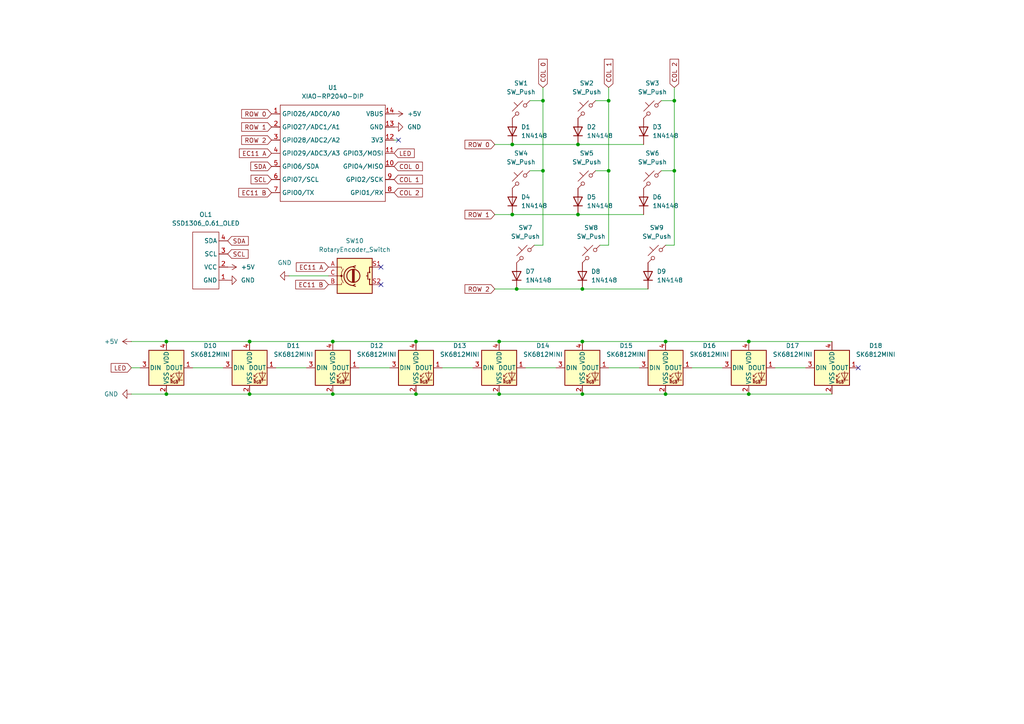
<source format=kicad_sch>
(kicad_sch (version 20250114) (generator "eeschema") (generator_version "9.0")
  (paper "A4")
  (lib_symbols
    (symbol "Device:RotaryEncoder_Switch" (pin_names (offset 0.254) (hide yes))
      (property "Reference" "SW" (at 0 6.604 0))
      (property "Value" "RotaryEncoder_Switch" (at 0 -6.604 0))
      (symbol "RotaryEncoder_Switch_0_1"
        (rectangle (start -5.08 5.08) (end 5.08 -5.08) (stroke (width 0.254)) (fill (type background)))
        (polyline (pts (xy -5.08 2.54) (xy -3.81 2.54) (xy -3.81 2.032)))
        (polyline (pts (xy -5.08 0) (xy -3.81 0) (xy -3.81 -1.016) (xy -3.302 -2.032)))
        (polyline (pts (xy -5.08 -2.54) (xy -3.81 -2.54) (xy -3.81 -2.032)))
        (polyline (pts (xy -4.318 0) (xy -3.81 0) (xy -3.81 1.016) (xy -3.302 2.032)))
        (circle (center -3.81 0) (radius 0.254) (fill (type outline)))
        (polyline (pts (xy -0.635 -1.778) (xy -0.635 1.778)) (stroke (width 0.254)))
        (circle (center -0.381 0) (radius 1.905) (stroke (width 0.254)))
        (polyline (pts (xy -0.381 -1.778) (xy -0.381 1.778)) (stroke (width 0.254)))
        (arc (start -0.381 -2.794) (mid -3.0988 -0.0635) (end -0.381 2.667) (stroke (width 0.254)))
        (polyline (pts (xy -0.127 1.778) (xy -0.127 -1.778)) (stroke (width 0.254)))
        (polyline (pts (xy 0.254 2.921) (xy -0.508 2.667) (xy 0.127 2.286)) (stroke (width 0.254)))
        (polyline (pts (xy 0.254 -3.048) (xy -0.508 -2.794) (xy 0.127 -2.413)) (stroke (width 0.254)))
        (polyline (pts (xy 3.81 1.016) (xy 3.81 -1.016)) (stroke (width 0.254)))
        (polyline (pts (xy 3.81 0) (xy 3.429 0)) (stroke (width 0.254)))
        (circle (center 4.318 1.016) (radius 0.127) (stroke (width 0.254)))
        (circle (center 4.318 -1.016) (radius 0.127) (stroke (width 0.254)))
        (polyline (pts (xy 5.08 2.54) (xy 4.318 2.54) (xy 4.318 1.016)) (stroke (width 0.254)))
        (polyline (pts (xy 5.08 -2.54) (xy 4.318 -2.54) (xy 4.318 -1.016)) (stroke (width 0.254)))
      )
      (symbol "RotaryEncoder_Switch_1_1"
        (pin passive line (at -7.62 2.54 0) (length 2.54) (name "A") (number "A"))
        (pin passive line (at -7.62 0 0) (length 2.54) (name "C") (number "C"))
        (pin passive line (at -7.62 -2.54 0) (length 2.54) (name "B") (number "B"))
        (pin passive line (at 7.62 2.54 180) (length 2.54) (name "S1") (number "S1"))
        (pin passive line (at 7.62 -2.54 180) (length 2.54) (name "S2") (number "S2"))
      )
    )
    (symbol "Diode:1N4148" (pin_numbers (hide yes)) (pin_names (hide yes))
      (property "Reference" "D" (at 0 2.54 0))
      (property "Value" "1N4148" (at 0 -2.54 0))
      (symbol "1N4148_0_1"
        (polyline (pts (xy -1.27 1.27) (xy -1.27 -1.27)) (stroke (width 0.254)))
        (polyline (pts (xy 1.27 1.27) (xy 1.27 -1.27) (xy -1.27 0) (xy 1.27 1.27)) (stroke (width 0.254)))
        (polyline (pts (xy 1.27 0) (xy -1.27 0)))
      )
      (symbol "1N4148_1_1"
        (pin passive line (at -3.81 0 0) (length 2.54) (name "K") (number "1"))
        (pin passive line (at 3.81 0 180) (length 2.54) (name "A") (number "2"))
      )
    )
    (symbol "LED:SK6812MINI" (pin_names (offset 0.254))
      (property "Reference" "D" (at 5.08 5.715 0))
      (property "Value" "SK6812MINI" (at 1.27 -5.715 0))
      (symbol "SK6812MINI_0_0"
        (text "RGB" (at 2.286 -4.191 0) (effects (font (size 0.762 0.762))))
      )
      (symbol "SK6812MINI_0_1"
        (polyline (pts (xy 1.27 -2.54) (xy 1.778 -2.54)))
        (polyline (pts (xy 1.27 -3.556) (xy 1.778 -3.556)))
        (polyline (pts (xy 2.286 -1.524) (xy 1.27 -2.54) (xy 1.27 -2.032)))
        (polyline (pts (xy 2.286 -2.54) (xy 1.27 -3.556) (xy 1.27 -3.048)))
        (polyline (pts (xy 3.683 -1.016) (xy 3.683 -3.556) (xy 3.683 -4.064)))
        (polyline (pts (xy 4.699 -1.524) (xy 2.667 -1.524) (xy 3.683 -3.556) (xy 4.699 -1.524)))
        (polyline (pts (xy 4.699 -3.556) (xy 2.667 -3.556)))
        (rectangle (start 5.08 5.08) (end -5.08 -5.08) (stroke (width 0.254)) (fill (type background)))
      )
      (symbol "SK6812MINI_1_1"
        (pin input line (at -7.62 0 0) (length 2.54) (name "DIN") (number "3"))
        (pin power_in line (at 0 7.62 270) (length 2.54) (name "VDD") (number "4"))
        (pin power_in line (at 0 -7.62 90) (length 2.54) (name "VSS") (number "2"))
        (pin output line (at 7.62 0 180) (length 2.54) (name "DOUT") (number "1"))
      )
    )
    (symbol "OPL:XIAO-RP2040-DIP"
      (property "Reference" "U" (at 0 0 0))
      (property "Value" "XIAO-RP2040-DIP" (at 5.334 -1.778 0))
      (symbol "XIAO-RP2040-DIP_1_0"
        (polyline (pts (xy -1.27 -2.54) (xy 29.21 -2.54)) (stroke (width 0.1524)))
        (polyline (pts (xy -1.27 -5.08) (xy -2.54 -5.08)) (stroke (width 0.1524)))
        (polyline (pts (xy -1.27 -5.08) (xy -1.27 -2.54)) (stroke (width 0.1524)))
        (polyline (pts (xy -1.27 -8.89) (xy -2.54 -8.89)) (stroke (width 0.1524)))
        (polyline (pts (xy -1.27 -8.89) (xy -1.27 -5.08)) (stroke (width 0.1524)))
        (polyline (pts (xy -1.27 -12.7) (xy -2.54 -12.7)) (stroke (width 0.1524)))
        (polyline (pts (xy -1.27 -12.7) (xy -1.27 -8.89)) (stroke (width 0.1524)))
        (polyline (pts (xy -1.27 -16.51) (xy -2.54 -16.51)) (stroke (width 0.1524)))
        (polyline (pts (xy -1.27 -16.51) (xy -1.27 -12.7)) (stroke (width 0.1524)))
        (polyline (pts (xy -1.27 -20.32) (xy -2.54 -20.32)) (stroke (width 0.1524)))
        (polyline (pts (xy -1.27 -24.13) (xy -2.54 -24.13)) (stroke (width 0.1524)))
        (polyline (pts (xy -1.27 -27.94) (xy -2.54 -27.94)) (stroke (width 0.1524)))
        (polyline (pts (xy -1.27 -30.48) (xy -1.27 -16.51)) (stroke (width 0.1524)))
        (polyline (pts (xy 29.21 -2.54) (xy 29.21 -5.08)) (stroke (width 0.1524)))
        (polyline (pts (xy 29.21 -5.08) (xy 29.21 -8.89)) (stroke (width 0.1524)))
        (polyline (pts (xy 29.21 -8.89) (xy 29.21 -12.7)) (stroke (width 0.1524)))
        (polyline (pts (xy 29.21 -12.7) (xy 29.21 -30.48)) (stroke (width 0.1524)))
        (polyline (pts (xy 29.21 -30.48) (xy -1.27 -30.48)) (stroke (width 0.1524)))
        (polyline (pts (xy 30.48 -5.08) (xy 29.21 -5.08)) (stroke (width 0.1524)))
        (polyline (pts (xy 30.48 -8.89) (xy 29.21 -8.89)) (stroke (width 0.1524)))
        (polyline (pts (xy 30.48 -12.7) (xy 29.21 -12.7)) (stroke (width 0.1524)))
        (polyline (pts (xy 30.48 -16.51) (xy 29.21 -16.51)) (stroke (width 0.1524)))
        (polyline (pts (xy 30.48 -20.32) (xy 29.21 -20.32)) (stroke (width 0.1524)))
        (polyline (pts (xy 30.48 -24.13) (xy 29.21 -24.13)) (stroke (width 0.1524)))
        (polyline (pts (xy 30.48 -27.94) (xy 29.21 -27.94)) (stroke (width 0.1524)))
        (pin passive line (at -3.81 -5.08 0) (length 2.54) (name "GPIO26/ADC0/A0") (number "1"))
        (pin passive line (at -3.81 -8.89 0) (length 2.54) (name "GPIO27/ADC1/A1") (number "2"))
        (pin passive line (at -3.81 -12.7 0) (length 2.54) (name "GPIO28/ADC2/A2") (number "3"))
        (pin passive line (at -3.81 -16.51 0) (length 2.54) (name "GPIO29/ADC3/A3") (number "4"))
        (pin passive line (at -3.81 -20.32 0) (length 2.54) (name "GPIO6/SDA") (number "5"))
        (pin passive line (at -3.81 -24.13 0) (length 2.54) (name "GPIO7/SCL") (number "6"))
        (pin passive line (at -3.81 -27.94 0) (length 2.54) (name "GPIO0/TX") (number "7"))
        (pin passive line (at 31.75 -5.08 180) (length 2.54) (name "VBUS") (number "14"))
        (pin passive line (at 31.75 -8.89 180) (length 2.54) (name "GND") (number "13"))
        (pin passive line (at 31.75 -12.7 180) (length 2.54) (name "3V3") (number "12"))
        (pin passive line (at 31.75 -16.51 180) (length 2.54) (name "GPIO3/MOSI") (number "11"))
        (pin passive line (at 31.75 -20.32 180) (length 2.54) (name "GPIO4/MISO") (number "10"))
        (pin passive line (at 31.75 -24.13 180) (length 2.54) (name "GPIO2/SCK") (number "9"))
        (pin passive line (at 31.75 -27.94 180) (length 2.54) (name "GPIO1/RX") (number "8"))
      )
    )
    (symbol "SSD1306_0.91_OLED:SSD1306-0.91-OLED"
      (property "Reference" "OL" (at 8.128 3.556 0))
      (property "Value" "SSD1306_0.61_OLED" (at 8.128 1.524 0))
      (symbol "SSD1306-0.91-OLED_0_1"
        (rectangle (start 0 0) (end 16.51 -7.62))
      )
      (symbol "SSD1306-0.91-OLED_1_1"
        (pin passive line (at 2.54 -10.16 90) (length 2.54) (name "GND") (number "1"))
        (pin passive line (at 6.35 -10.16 90) (length 2.54) (name "VCC") (number "2"))
        (pin passive line (at 10.16 -10.16 90) (length 2.54) (name "SCL") (number "3"))
        (pin passive line (at 13.97 -10.16 90) (length 2.54) (name "SDA") (number "4"))
      )
    )
    (symbol "Switch:SW_Push_45deg" (pin_numbers (hide yes)) (pin_names (offset 1.016) (hide yes))
      (property "Reference" "SW" (at 3.048 1.016 0))
      (property "Value" "SW_Push_45deg" (at 0 -3.81 0))
      (symbol "SW_Push_45deg_0_1"
        (polyline (pts (xy -2.54 2.54) (xy -1.524 1.524) (xy -1.524 1.524)))
        (circle (center -1.1684 1.1684) (radius 0.508))
        (polyline (pts (xy -0.508 2.54) (xy 2.54 -0.508)))
        (polyline (pts (xy 1.016 1.016) (xy 2.032 2.032)))
        (circle (center 1.143 -1.1938) (radius 0.508))
        (polyline (pts (xy 1.524 -1.524) (xy 2.54 -2.54) (xy 2.54 -2.54) (xy 2.54 -2.54)))
        (pin passive line (at -2.54 2.54 0) (length 0) (name "1") (number "1"))
        (pin passive line (at 2.54 -2.54 180) (length 0) (name "2") (number "2"))
      )
    )
    (symbol "power:+5V" (power) (pin_numbers (hide yes)) (pin_names (offset 0) (hide yes))
      (property "Value" "+5V" (at 0 3.556 0))
      (symbol "+5V_0_1"
        (polyline (pts (xy -0.762 1.27) (xy 0 2.54)))
        (polyline (pts (xy 0 2.54) (xy 0.762 1.27)))
        (polyline (pts (xy 0 0) (xy 0 2.54)))
      )
      (symbol "+5V_1_1"
        (pin power_in line (at 0 0 90) (length 0) (name "~") (number "1"))
      )
    )
    (symbol "power:GND" (power) (pin_numbers (hide yes)) (pin_names (offset 0) (hide yes))
      (property "Value" "GND" (at 0 -3.81 0))
      (symbol "GND_0_1"
        (polyline (pts (xy 0 0) (xy 0 -1.27) (xy 1.27 -1.27) (xy 0 -2.54) (xy -1.27 -1.27) (xy 0 -1.27)))
      )
      (symbol "GND_1_1"
        (pin power_in line (at 0 0 270) (length 0) (name "~") (number "1"))
      )
    )
  )
  (junction (at 48.26 114.3))
  (junction (at 96.52 99.06))
  (junction (at 144.78 99.06))
  (junction (at 148.59 41.91))
  (junction (at 176.53 49.53))
  (junction (at 149.86 83.82))
  (junction (at 168.91 114.3))
  (junction (at 144.78 114.3))
  (junction (at 168.91 83.82))
  (junction (at 72.39 114.3))
  (junction (at 148.59 62.23))
  (junction (at 195.58 49.53))
  (junction (at 217.17 114.3))
  (junction (at 120.65 114.3))
  (junction (at 176.53 29.21))
  (junction (at 193.04 99.06))
  (junction (at 167.64 62.23))
  (junction (at 195.58 29.21))
  (junction (at 167.64 41.91))
  (junction (at 217.17 99.06))
  (junction (at 157.48 49.53))
  (junction (at 168.91 99.06))
  (junction (at 193.04 114.3))
  (junction (at 48.26 99.06))
  (junction (at 72.39 99.06))
  (junction (at 96.52 114.3))
  (junction (at 120.65 99.06))
  (junction (at 157.48 29.21))
  (no_connect (at 110.49 82.55))
  (no_connect (at 110.49 77.47))
  (no_connect (at 115.57 40.64))
  (no_connect (at 248.92 106.68))
  (wire (pts (xy 176.53 71.12) (xy 173.99 71.12)))
  (wire (pts (xy 157.48 49.53) (xy 157.48 71.12)))
  (wire (pts (xy 96.52 99.06) (xy 120.65 99.06)))
  (wire (pts (xy 120.65 99.06) (xy 144.78 99.06)))
  (wire (pts (xy 168.91 114.3) (xy 193.04 114.3)))
  (wire (pts (xy 38.1 114.3) (xy 48.26 114.3)))
  (wire (pts (xy 38.1 99.06) (xy 48.26 99.06)))
  (wire (pts (xy 217.17 114.3) (xy 241.3 114.3)))
  (wire (pts (xy 148.59 62.23) (xy 167.64 62.23)))
  (wire (pts (xy 48.26 99.06) (xy 72.39 99.06)))
  (wire (pts (xy 193.04 114.3) (xy 217.17 114.3)))
  (wire (pts (xy 217.17 99.06) (xy 241.3 99.06)))
  (wire (pts (xy 157.48 25.4) (xy 157.48 29.21)))
  (wire (pts (xy 144.78 114.3) (xy 168.91 114.3)))
  (wire (pts (xy 38.1 106.68) (xy 40.64 106.68)))
  (wire (pts (xy 191.77 49.53) (xy 195.58 49.53)))
  (wire (pts (xy 167.64 62.23) (xy 186.69 62.23)))
  (wire (pts (xy 157.48 29.21) (xy 157.48 49.53)))
  (wire (pts (xy 144.78 99.06) (xy 168.91 99.06)))
  (wire (pts (xy 193.04 71.12) (xy 195.58 71.12)))
  (wire (pts (xy 143.51 62.23) (xy 148.59 62.23)))
  (wire (pts (xy 195.58 29.21) (xy 195.58 49.53)))
  (wire (pts (xy 149.86 83.82) (xy 168.91 83.82)))
  (wire (pts (xy 115.57 40.64) (xy 114.3 40.64)))
  (wire (pts (xy 176.53 25.4) (xy 176.53 29.21)))
  (wire (pts (xy 167.64 41.91) (xy 186.69 41.91)))
  (wire (pts (xy 95.25 80.01) (xy 83.82 80.01)))
  (wire (pts (xy 154.94 71.12) (xy 157.48 71.12)))
  (wire (pts (xy 143.51 83.82) (xy 149.86 83.82)))
  (wire (pts (xy 195.58 49.53) (xy 195.58 71.12)))
  (wire (pts (xy 48.26 114.3) (xy 72.39 114.3)))
  (wire (pts (xy 143.51 41.91) (xy 148.59 41.91)))
  (wire (pts (xy 80.01 106.68) (xy 88.9 106.68)))
  (wire (pts (xy 191.77 29.21) (xy 195.58 29.21)))
  (wire (pts (xy 172.72 49.53) (xy 176.53 49.53)))
  (wire (pts (xy 200.66 106.68) (xy 209.55 106.68)))
  (wire (pts (xy 72.39 99.06) (xy 96.52 99.06)))
  (wire (pts (xy 176.53 49.53) (xy 176.53 71.12)))
  (wire (pts (xy 176.53 106.68) (xy 185.42 106.68)))
  (wire (pts (xy 172.72 29.21) (xy 176.53 29.21)))
  (wire (pts (xy 153.67 29.21) (xy 157.48 29.21)))
  (wire (pts (xy 195.58 25.4) (xy 195.58 29.21)))
  (wire (pts (xy 176.53 29.21) (xy 176.53 49.53)))
  (wire (pts (xy 168.91 99.06) (xy 193.04 99.06)))
  (wire (pts (xy 168.91 83.82) (xy 187.96 83.82)))
  (wire (pts (xy 96.52 114.3) (xy 120.65 114.3)))
  (wire (pts (xy 148.59 41.91) (xy 167.64 41.91)))
  (wire (pts (xy 193.04 99.06) (xy 217.17 99.06)))
  (wire (pts (xy 153.67 49.53) (xy 157.48 49.53)))
  (wire (pts (xy 120.65 114.3) (xy 144.78 114.3)))
  (wire (pts (xy 152.4 106.68) (xy 161.29 106.68)))
  (wire (pts (xy 104.14 106.68) (xy 113.03 106.68)))
  (wire (pts (xy 72.39 114.3) (xy 96.52 114.3)))
  (wire (pts (xy 128.27 106.68) (xy 137.16 106.68)))
  (wire (pts (xy 55.88 106.68) (xy 64.77 106.68)))
  (wire (pts (xy 224.79 106.68) (xy 233.68 106.68)))
  (global_label "SCL" (shape input) (at 66.04 73.66 0) (property "Intersheetrefs" "${INTERSHEET_REFS}" (effects (hide yes))))
  (global_label "EC11 B" (shape input) (at 95.25 82.55 180) (property "Intersheetrefs" "${INTERSHEET_REFS}" (effects (hide yes))))
  (global_label "EC11 A" (shape input) (at 78.74 44.45 180) (property "Intersheetrefs" "${INTERSHEET_REFS}" (effects (hide yes))))
  (global_label "COL 2" (shape input) (at 114.3 55.88 0) (property "Intersheetrefs" "${INTERSHEET_REFS}" (effects (hide yes))))
  (global_label "ROW 1" (shape input) (at 143.51 62.23 180) (property "Intersheetrefs" "${INTERSHEET_REFS}" (effects (hide yes))))
  (global_label "LED" (shape input) (at 38.1 106.68 180) (property "Intersheetrefs" "${INTERSHEET_REFS}" (effects (hide yes))))
  (global_label "SDA" (shape input) (at 78.74 48.26 180) (property "Intersheetrefs" "${INTERSHEET_REFS}" (effects (hide yes))))
  (global_label "ROW 2" (shape input) (at 78.74 40.64 180) (property "Intersheetrefs" "${INTERSHEET_REFS}" (effects (hide yes))))
  (global_label "SCL" (shape input) (at 78.74 52.07 180) (property "Intersheetrefs" "${INTERSHEET_REFS}" (effects (hide yes))))
  (global_label "ROW 1" (shape input) (at 78.74 36.83 180) (property "Intersheetrefs" "${INTERSHEET_REFS}" (effects (hide yes))))
  (global_label "ROW 2" (shape input) (at 143.51 83.82 180) (property "Intersheetrefs" "${INTERSHEET_REFS}" (effects (hide yes))))
  (global_label "COL 0" (shape input) (at 157.48 25.4 90) (property "Intersheetrefs" "${INTERSHEET_REFS}" (effects (hide yes))))
  (global_label "COL 1" (shape input) (at 114.3 52.07 0) (property "Intersheetrefs" "${INTERSHEET_REFS}" (effects (hide yes))))
  (global_label "EC11 A" (shape input) (at 95.25 77.47 180) (property "Intersheetrefs" "${INTERSHEET_REFS}" (effects (hide yes))))
  (global_label "SDA" (shape input) (at 66.04 69.85 0) (property "Intersheetrefs" "${INTERSHEET_REFS}" (effects (hide yes))))
  (global_label "COL 2" (shape input) (at 195.58 25.4 90) (property "Intersheetrefs" "${INTERSHEET_REFS}" (effects (hide yes))))
  (global_label "COL 1" (shape input) (at 176.53 25.4 90) (property "Intersheetrefs" "${INTERSHEET_REFS}" (effects (hide yes))))
  (global_label "ROW 0" (shape input) (at 78.74 33.02 180) (property "Intersheetrefs" "${INTERSHEET_REFS}" (effects (hide yes))))
  (global_label "EC11 B" (shape input) (at 78.74 55.88 180) (property "Intersheetrefs" "${INTERSHEET_REFS}" (effects (hide yes))))
  (global_label "LED" (shape input) (at 114.3 44.45 0) (property "Intersheetrefs" "${INTERSHEET_REFS}" (effects (hide yes))))
  (global_label "COL 0" (shape input) (at 114.3 48.26 0) (property "Intersheetrefs" "${INTERSHEET_REFS}" (effects (hide yes))))
  (global_label "ROW 0" (shape input) (at 143.51 41.91 180) (property "Intersheetrefs" "${INTERSHEET_REFS}" (effects (hide yes))))
  (symbol (lib_id "Switch:SW_Push_45deg") (at 170.18 52.07 0) (mirror y) (unit 1)
    (property "Reference" "SW5" (at 170.18 44.45 0))
    (property "Value" "SW_Push" (at 170.18 46.99 0))
    (property "Footprint" "Button_Switch_Keyboard:SW_Cherry_MX_1.00u_PCB" (effects (hide yes)))
    (property "Description" "Push button switch, normally open, two pins, 45° tilted" (effects (hide yes)))
  )
  (symbol (lib_id "LED:SK6812MINI") (at 144.78 106.68 0) (unit 1)
    (property "Reference" "D14" (at 157.48 100.2598 0))
    (property "Value" "SK6812MINI" (at 157.48 102.7998 0))
    (property "Footprint" "LED_SMD:LED_SK6812MINI_PLCC4_3.5x3.5mm_P1.75mm" (effects (hide yes)))
    (property "Datasheet" "https://cdn-shop.adafruit.com/product-files/2686/SK6812MINI_REV.01-1-2.pdf" (effects (hide yes)))
    (property "Description" "RGB LED with integrated controller" (effects (hide yes)))
  )
  (symbol (lib_id "power:GND") (at 38.1 114.3 270) (unit 1)
    (property "Reference" "#PWR07" (effects (hide yes)))
    (property "Value" "GND" (at 34.29 114.2999 90) (effects (justify right)))
    (property "Description" "Power symbol creates a global label with name \"GND\" , ground" (effects (hide yes)))
  )
  (symbol (lib_id "power:+5V") (at 114.3 33.02 270) (unit 1)
    (property "Reference" "#PWR01" (effects (hide yes)))
    (property "Value" "+5V" (at 118.11 33.0199 90) (effects (justify left)))
    (property "Description" "Power symbol creates a global label with name \"+5V\"" (effects (hide yes)))
  )
  (symbol (lib_id "Switch:SW_Push_45deg") (at 151.13 52.07 0) (mirror y) (unit 1)
    (property "Reference" "SW4" (at 151.13 44.45 0))
    (property "Value" "SW_Push" (at 151.13 46.99 0))
    (property "Footprint" "Button_Switch_Keyboard:SW_Cherry_MX_1.00u_PCB" (effects (hide yes)))
    (property "Description" "Push button switch, normally open, two pins, 45° tilted" (effects (hide yes)))
  )
  (symbol (lib_id "Switch:SW_Push_45deg") (at 151.13 31.75 0) (mirror y) (unit 1)
    (property "Reference" "SW1" (at 151.13 24.13 0))
    (property "Value" "SW_Push" (at 151.13 26.67 0))
    (property "Footprint" "Button_Switch_Keyboard:SW_Cherry_MX_1.00u_PCB" (effects (hide yes)))
    (property "Description" "Push button switch, normally open, two pins, 45° tilted" (effects (hide yes)))
  )
  (symbol (lib_id "power:GND") (at 114.3 36.83 90) (unit 1)
    (property "Reference" "#PWR02" (effects (hide yes)))
    (property "Value" "GND" (at 118.11 36.8299 90) (effects (justify right)))
    (property "Description" "Power symbol creates a global label with name \"GND\" , ground" (effects (hide yes)))
  )
  (symbol (lib_id "Switch:SW_Push_45deg") (at 171.45 73.66 0) (mirror y) (unit 1)
    (property "Reference" "SW8" (at 171.45 66.04 0))
    (property "Value" "SW_Push" (at 171.45 68.58 0))
    (property "Footprint" "Button_Switch_Keyboard:SW_Cherry_MX_1.00u_PCB" (effects (hide yes)))
    (property "Description" "Push button switch, normally open, two pins, 45° tilted" (effects (hide yes)))
  )
  (symbol (lib_id "LED:SK6812MINI") (at 168.91 106.68 0) (unit 1)
    (property "Reference" "D15" (at 181.61 100.2598 0))
    (property "Value" "SK6812MINI" (at 181.61 102.7998 0))
    (property "Footprint" "LED_SMD:LED_SK6812MINI_PLCC4_3.5x3.5mm_P1.75mm" (effects (hide yes)))
    (property "Datasheet" "https://cdn-shop.adafruit.com/product-files/2686/SK6812MINI_REV.01-1-2.pdf" (effects (hide yes)))
    (property "Description" "RGB LED with integrated controller" (effects (hide yes)))
  )
  (symbol (lib_id "Diode:1N4148") (at 149.86 80.01 90) (unit 1)
    (property "Reference" "D7" (at 152.4 78.7399 90) (effects (justify right)))
    (property "Value" "1N4148" (at 152.4 81.2799 90) (effects (justify right)))
    (property "Footprint" "Diode_THT:D_DO-35_SOD27_P7.62mm_Horizontal" (effects (hide yes)))
    (property "Datasheet" "https://assets.nexperia.com/documents/data-sheet/1N4148_1N4448.pdf" (effects (hide yes)))
    (property "Description" "100V 0.15A standard switching diode, DO-35" (effects (hide yes)))
    (property "Sim.Device" "D" (effects (hide yes)))
    (property "Sim.Pins" "1=K 2=A" (effects (hide yes)))
  )
  (symbol (lib_id "LED:SK6812MINI") (at 241.3 106.68 0) (unit 1)
    (property "Reference" "D18" (at 254 100.2598 0))
    (property "Value" "SK6812MINI" (at 254 102.7998 0))
    (property "Footprint" "LED_SMD:LED_SK6812MINI_PLCC4_3.5x3.5mm_P1.75mm" (effects (hide yes)))
    (property "Datasheet" "https://cdn-shop.adafruit.com/product-files/2686/SK6812MINI_REV.01-1-2.pdf" (effects (hide yes)))
    (property "Description" "RGB LED with integrated controller" (effects (hide yes)))
  )
  (symbol (lib_id "Diode:1N4148") (at 148.59 38.1 90) (unit 1)
    (property "Reference" "D1" (at 151.13 36.8299 90) (effects (justify right)))
    (property "Value" "1N4148" (at 151.13 39.3699 90) (effects (justify right)))
    (property "Footprint" "Diode_THT:D_DO-35_SOD27_P7.62mm_Horizontal" (effects (hide yes)))
    (property "Datasheet" "https://assets.nexperia.com/documents/data-sheet/1N4148_1N4448.pdf" (effects (hide yes)))
    (property "Description" "100V 0.15A standard switching diode, DO-35" (effects (hide yes)))
    (property "Sim.Device" "D" (effects (hide yes)))
    (property "Sim.Pins" "1=K 2=A" (effects (hide yes)))
  )
  (symbol (lib_id "Switch:SW_Push_45deg") (at 152.4 73.66 0) (mirror y) (unit 1)
    (property "Reference" "SW7" (at 152.4 66.04 0))
    (property "Value" "SW_Push" (at 152.4 68.58 0))
    (property "Footprint" "Button_Switch_Keyboard:SW_Cherry_MX_1.00u_PCB" (effects (hide yes)))
    (property "Description" "Push button switch, normally open, two pins, 45° tilted" (effects (hide yes)))
  )
  (symbol (lib_id "Switch:SW_Push_45deg") (at 189.23 31.75 0) (mirror y) (unit 1)
    (property "Reference" "SW3" (at 189.23 24.13 0))
    (property "Value" "SW_Push" (at 189.23 26.67 0))
    (property "Footprint" "Button_Switch_Keyboard:SW_Cherry_MX_1.00u_PCB" (effects (hide yes)))
    (property "Description" "Push button switch, normally open, two pins, 45° tilted" (effects (hide yes)))
  )
  (symbol (lib_id "Switch:SW_Push_45deg") (at 170.18 31.75 0) (mirror y) (unit 1)
    (property "Reference" "SW2" (at 170.18 24.13 0))
    (property "Value" "SW_Push" (at 170.18 26.67 0))
    (property "Footprint" "Button_Switch_Keyboard:SW_Cherry_MX_1.00u_PCB" (effects (hide yes)))
    (property "Description" "Push button switch, normally open, two pins, 45° tilted" (effects (hide yes)))
  )
  (symbol (lib_id "Diode:1N4148") (at 167.64 38.1 90) (unit 1)
    (property "Reference" "D2" (at 170.18 36.8299 90) (effects (justify right)))
    (property "Value" "1N4148" (at 170.18 39.3699 90) (effects (justify right)))
    (property "Footprint" "Diode_THT:D_DO-35_SOD27_P7.62mm_Horizontal" (effects (hide yes)))
    (property "Datasheet" "https://assets.nexperia.com/documents/data-sheet/1N4148_1N4448.pdf" (effects (hide yes)))
    (property "Description" "100V 0.15A standard switching diode, DO-35" (effects (hide yes)))
    (property "Sim.Device" "D" (effects (hide yes)))
    (property "Sim.Pins" "1=K 2=A" (effects (hide yes)))
  )
  (symbol (lib_id "Diode:1N4148") (at 168.91 80.01 90) (unit 1)
    (property "Reference" "D8" (at 171.45 78.7399 90) (effects (justify right)))
    (property "Value" "1N4148" (at 171.45 81.2799 90) (effects (justify right)))
    (property "Footprint" "Diode_THT:D_DO-35_SOD27_P7.62mm_Horizontal" (effects (hide yes)))
    (property "Datasheet" "https://assets.nexperia.com/documents/data-sheet/1N4148_1N4448.pdf" (effects (hide yes)))
    (property "Description" "100V 0.15A standard switching diode, DO-35" (effects (hide yes)))
    (property "Sim.Device" "D" (effects (hide yes)))
    (property "Sim.Pins" "1=K 2=A" (effects (hide yes)))
  )
  (symbol (lib_id "LED:SK6812MINI") (at 193.04 106.68 0) (unit 1)
    (property "Reference" "D16" (at 205.74 100.2598 0))
    (property "Value" "SK6812MINI" (at 205.74 102.7998 0))
    (property "Footprint" "LED_SMD:LED_SK6812MINI_PLCC4_3.5x3.5mm_P1.75mm" (effects (hide yes)))
    (property "Datasheet" "https://cdn-shop.adafruit.com/product-files/2686/SK6812MINI_REV.01-1-2.pdf" (effects (hide yes)))
    (property "Description" "RGB LED with integrated controller" (effects (hide yes)))
  )
  (symbol (lib_id "Device:RotaryEncoder_Switch") (at 102.87 80.01 0) (unit 1)
    (property "Reference" "SW10" (at 102.87 69.85 0))
    (property "Value" "RotaryEncoder_Switch" (at 102.87 72.39 0))
    (property "Footprint" "Wire_Connectors:Rotary_Encoder_Wire_Connector" (effects (hide yes)))
    (property "Description" "Rotary encoder, dual channel, incremental quadrate outputs, with switch" (effects (hide yes)))
  )
  (symbol (lib_id "Diode:1N4148") (at 167.64 58.42 90) (unit 1)
    (property "Reference" "D5" (at 170.18 57.1499 90) (effects (justify right)))
    (property "Value" "1N4148" (at 170.18 59.6899 90) (effects (justify right)))
    (property "Footprint" "Diode_THT:D_DO-35_SOD27_P7.62mm_Horizontal" (effects (hide yes)))
    (property "Datasheet" "https://assets.nexperia.com/documents/data-sheet/1N4148_1N4448.pdf" (effects (hide yes)))
    (property "Description" "100V 0.15A standard switching diode, DO-35" (effects (hide yes)))
    (property "Sim.Device" "D" (effects (hide yes)))
    (property "Sim.Pins" "1=K 2=A" (effects (hide yes)))
  )
  (symbol (lib_id "Switch:SW_Push_45deg") (at 189.23 52.07 0) (mirror y) (unit 1)
    (property "Reference" "SW6" (at 189.23 44.45 0))
    (property "Value" "SW_Push" (at 189.23 46.99 0))
    (property "Footprint" "Button_Switch_Keyboard:SW_Cherry_MX_1.00u_PCB" (effects (hide yes)))
    (property "Description" "Push button switch, normally open, two pins, 45° tilted" (effects (hide yes)))
  )
  (symbol (lib_id "Diode:1N4148") (at 148.59 58.42 90) (unit 1)
    (property "Reference" "D4" (at 151.13 57.1499 90) (effects (justify right)))
    (property "Value" "1N4148" (at 151.13 59.6899 90) (effects (justify right)))
    (property "Footprint" "Diode_THT:D_DO-35_SOD27_P7.62mm_Horizontal" (effects (hide yes)))
    (property "Datasheet" "https://assets.nexperia.com/documents/data-sheet/1N4148_1N4448.pdf" (effects (hide yes)))
    (property "Description" "100V 0.15A standard switching diode, DO-35" (effects (hide yes)))
    (property "Sim.Device" "D" (effects (hide yes)))
    (property "Sim.Pins" "1=K 2=A" (effects (hide yes)))
  )
  (symbol (lib_id "power:GND") (at 83.82 80.01 270) (unit 1)
    (property "Reference" "#PWR03" (effects (hide yes)))
    (property "Value" "GND" (at 82.55 76.2 90))
    (property "Description" "Power symbol creates a global label with name \"GND\" , ground" (effects (hide yes)))
  )
  (symbol (lib_id "LED:SK6812MINI") (at 48.26 106.68 0) (unit 1)
    (property "Reference" "D10" (at 60.96 100.2598 0))
    (property "Value" "SK6812MINI" (at 60.96 102.7998 0))
    (property "Footprint" "LED_SMD:LED_SK6812MINI_PLCC4_3.5x3.5mm_P1.75mm" (effects (hide yes)))
    (property "Datasheet" "https://cdn-shop.adafruit.com/product-files/2686/SK6812MINI_REV.01-1-2.pdf" (effects (hide yes)))
    (property "Description" "RGB LED with integrated controller" (effects (hide yes)))
  )
  (symbol (lib_id "Diode:1N4148") (at 186.69 38.1 90) (unit 1)
    (property "Reference" "D3" (at 189.23 36.8299 90) (effects (justify right)))
    (property "Value" "1N4148" (at 189.23 39.3699 90) (effects (justify right)))
    (property "Footprint" "Diode_THT:D_DO-35_SOD27_P7.62mm_Horizontal" (effects (hide yes)))
    (property "Datasheet" "https://assets.nexperia.com/documents/data-sheet/1N4148_1N4448.pdf" (effects (hide yes)))
    (property "Description" "100V 0.15A standard switching diode, DO-35" (effects (hide yes)))
    (property "Sim.Device" "D" (effects (hide yes)))
    (property "Sim.Pins" "1=K 2=A" (effects (hide yes)))
  )
  (symbol (lib_id "SSD1306_0.91_OLED:SSD1306-0.91-OLED") (at 55.88 83.82 90) (unit 1)
    (property "Reference" "OL1" (at 59.69 62.23 90))
    (property "Value" "SSD1306_0.61_OLED" (at 59.69 64.77 90))
    (property "Footprint" "Wire_Connectors:SSD1306_0.91_OLED_Wire_Connector" (effects (hide yes)))
  )
  (symbol (lib_id "Diode:1N4148") (at 187.96 80.01 90) (unit 1)
    (property "Reference" "D9" (at 190.5 78.7399 90) (effects (justify right)))
    (property "Value" "1N4148" (at 190.5 81.2799 90) (effects (justify right)))
    (property "Footprint" "Diode_THT:D_DO-35_SOD27_P7.62mm_Horizontal" (effects (hide yes)))
    (property "Datasheet" "https://assets.nexperia.com/documents/data-sheet/1N4148_1N4448.pdf" (effects (hide yes)))
    (property "Description" "100V 0.15A standard switching diode, DO-35" (effects (hide yes)))
    (property "Sim.Device" "D" (effects (hide yes)))
    (property "Sim.Pins" "1=K 2=A" (effects (hide yes)))
  )
  (symbol (lib_id "LED:SK6812MINI") (at 96.52 106.68 0) (unit 1)
    (property "Reference" "D12" (at 109.22 100.2598 0))
    (property "Value" "SK6812MINI" (at 109.22 102.7998 0))
    (property "Footprint" "LED_SMD:LED_SK6812MINI_PLCC4_3.5x3.5mm_P1.75mm" (effects (hide yes)))
    (property "Datasheet" "https://cdn-shop.adafruit.com/product-files/2686/SK6812MINI_REV.01-1-2.pdf" (effects (hide yes)))
    (property "Description" "RGB LED with integrated controller" (effects (hide yes)))
  )
  (symbol (lib_id "Switch:SW_Push_45deg") (at 190.5 73.66 0) (mirror y) (unit 1)
    (property "Reference" "SW9" (at 190.5 66.04 0))
    (property "Value" "SW_Push" (at 190.5 68.58 0))
    (property "Footprint" "Button_Switch_Keyboard:SW_Cherry_MX_1.00u_PCB" (effects (hide yes)))
    (property "Description" "Push button switch, normally open, two pins, 45° tilted" (effects (hide yes)))
  )
  (symbol (lib_id "power:GND") (at 66.04 81.28 90) (unit 1)
    (property "Reference" "#PWR04" (effects (hide yes)))
    (property "Value" "GND" (at 69.85 81.2799 90) (effects (justify right)))
    (property "Description" "Power symbol creates a global label with name \"GND\" , ground" (effects (hide yes)))
  )
  (symbol (lib_id "Diode:1N4148") (at 186.69 58.42 90) (unit 1)
    (property "Reference" "D6" (at 189.23 57.1499 90) (effects (justify right)))
    (property "Value" "1N4148" (at 189.23 59.6899 90) (effects (justify right)))
    (property "Footprint" "Diode_THT:D_DO-35_SOD27_P7.62mm_Horizontal" (effects (hide yes)))
    (property "Datasheet" "https://assets.nexperia.com/documents/data-sheet/1N4148_1N4448.pdf" (effects (hide yes)))
    (property "Description" "100V 0.15A standard switching diode, DO-35" (effects (hide yes)))
    (property "Sim.Device" "D" (effects (hide yes)))
    (property "Sim.Pins" "1=K 2=A" (effects (hide yes)))
  )
  (symbol (lib_id "LED:SK6812MINI") (at 72.39 106.68 0) (unit 1)
    (property "Reference" "D11" (at 85.09 100.2598 0))
    (property "Value" "SK6812MINI" (at 85.09 102.7998 0))
    (property "Footprint" "LED_SMD:LED_SK6812MINI_PLCC4_3.5x3.5mm_P1.75mm" (effects (hide yes)))
    (property "Datasheet" "https://cdn-shop.adafruit.com/product-files/2686/SK6812MINI_REV.01-1-2.pdf" (effects (hide yes)))
    (property "Description" "RGB LED with integrated controller" (effects (hide yes)))
  )
  (symbol (lib_id "LED:SK6812MINI") (at 120.65 106.68 0) (unit 1)
    (property "Reference" "D13" (at 133.35 100.2598 0))
    (property "Value" "SK6812MINI" (at 133.35 102.7998 0))
    (property "Footprint" "LED_SMD:LED_SK6812MINI_PLCC4_3.5x3.5mm_P1.75mm" (effects (hide yes)))
    (property "Datasheet" "https://cdn-shop.adafruit.com/product-files/2686/SK6812MINI_REV.01-1-2.pdf" (effects (hide yes)))
    (property "Description" "RGB LED with integrated controller" (effects (hide yes)))
  )
  (symbol (lib_id "power:+5V") (at 66.04 77.47 270) (unit 1)
    (property "Reference" "#PWR05" (effects (hide yes)))
    (property "Value" "+5V" (at 69.85 77.4699 90) (effects (justify left)))
    (property "Description" "Power symbol creates a global label with name \"+5V\"" (effects (hide yes)))
  )
  (symbol (lib_id "OPL:XIAO-RP2040-DIP") (at 82.55 27.94 0) (unit 1)
    (property "Reference" "U1" (at 96.52 25.4 0))
    (property "Value" "XIAO-RP2040-DIP" (at 96.52 27.94 0))
    (property "Footprint" "OPL:XIAO-RP2040-DIP" (effects (hide yes)))
  )
  (symbol (lib_id "power:+5V") (at 38.1 99.06 90) (unit 1)
    (property "Reference" "#PWR06" (effects (hide yes)))
    (property "Value" "+5V" (at 34.29 99.0599 90) (effects (justify left)))
    (property "Description" "Power symbol creates a global label with name \"+5V\"" (effects (hide yes)))
  )
  (symbol (lib_id "LED:SK6812MINI") (at 217.17 106.68 0) (unit 1)
    (property "Reference" "D17" (at 229.87 100.2598 0))
    (property "Value" "SK6812MINI" (at 229.87 102.7998 0))
    (property "Footprint" "LED_SMD:LED_SK6812MINI_PLCC4_3.5x3.5mm_P1.75mm" (effects (hide yes)))
    (property "Datasheet" "https://cdn-shop.adafruit.com/product-files/2686/SK6812MINI_REV.01-1-2.pdf" (effects (hide yes)))
    (property "Description" "RGB LED with integrated controller" (effects (hide yes)))
  )
)
</source>
